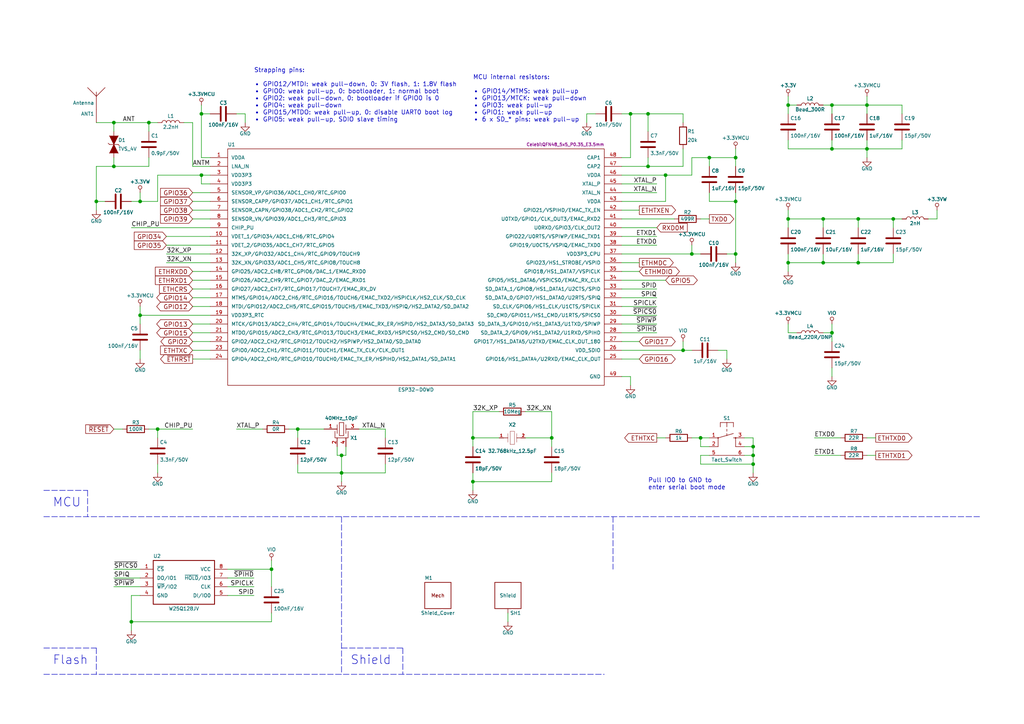
<source format=kicad_sch>
(kicad_sch (version 20211123) (generator eeschema)
  (paper "A4")
  (title_block (title "IOT ESP Ethernet") (date "2023-12-30") (rev "1") (company "Uysan"))
  (junction (at 58.42 50.8))
  (junction (at 251.46 43.18))
  (junction (at 38.1 180.34))
  (junction (at 187.96 48.26))
  (junction (at 198.12 101.6))
  (junction (at 218.44 134.62))
  (junction (at 160.02 127))
  (junction (at 213.36 45.72))
  (junction (at 33.02 35.56))
  (junction (at 182.88 33.02))
  (junction (at 58.42 33.02))
  (junction (at 99.06 137.16))
  (junction (at 213.36 58.42))
  (junction (at 43.18 35.56))
  (junction (at 241.3 43.18))
  (junction (at 40.64 91.44))
  (junction (at 86.36 124.46))
  (junction (at 248.92 63.5))
  (junction (at 213.36 73.66))
  (junction (at 200.66 73.66))
  (junction (at 45.72 124.46))
  (junction (at 248.92 76.2))
  (junction (at 238.76 76.2))
  (junction (at 218.44 132.08))
  (junction (at 241.3 96.52))
  (junction (at 218.44 129.54))
  (junction (at 259.08 63.5))
  (junction (at 27.94 58.42))
  (junction (at 228.6 76.2))
  (junction (at 228.6 63.5))
  (junction (at 33.02 48.26))
  (junction (at 205.74 45.72))
  (junction (at 78.74 165.1))
  (junction (at 203.2 127))
  (junction (at 137.16 139.7))
  (junction (at 251.46 30.48))
  (junction (at 228.6 30.48))
  (junction (at 40.64 58.42))
  (junction (at 137.16 127))
  (junction (at 238.76 63.5))
  (junction (at 241.3 30.48))
  (junction (at 193.04 50.8))
  (junction (at 99.06 132.08))
  (junction (at 187.96 33.02))
  (wire (pts (xy 60.96 58.42) (xy 55.88 58.42)))
  (wire (pts (xy 198.12 99.06) (xy 198.12 101.6)))
  (wire (pts (xy 180.34 83.82) (xy 190.5 83.82)))
  (wire (pts (xy 40.64 55.88) (xy 40.64 58.42)))
  (polyline (pts (xy 12.7 187.96) (xy 27.94 187.96)))
  (wire (pts (xy 241.3 43.18) (xy 228.6 43.18)))
  (wire (pts (xy 48.26 76.2) (xy 60.96 76.2)))
  (wire (pts (xy 238.76 30.48) (xy 241.3 30.48)))
  (wire (pts (xy 180.34 104.14) (xy 185.42 104.14)))
  (wire (pts (xy 60.96 60.96) (xy 55.88 60.96)))
  (wire (pts (xy 180.34 91.44) (xy 190.5 91.44)))
  (wire (pts (xy 86.36 134.62) (xy 86.36 137.16)))
  (polyline (pts (xy 99.06 149.86) (xy 99.06 195.58)))
  (wire (pts (xy 190.5 127) (xy 193.04 127)))
  (wire (pts (xy 180.34 53.34) (xy 190.5 53.34)))
  (wire (pts (xy 55.88 83.82) (xy 60.96 83.82)))
  (wire (pts (xy 182.88 109.22) (xy 182.88 111.76)))
  (wire (pts (xy 99.06 137.16) (xy 99.06 132.08)))
  (wire (pts (xy 180.34 71.12) (xy 190.5 71.12)))
  (wire (pts (xy 45.72 127) (xy 45.72 124.46)))
  (wire (pts (xy 60.96 63.5) (xy 55.88 63.5)))
  (polyline (pts (xy 12.7 142.24) (xy 25.4 142.24)))
  (wire (pts (xy 187.96 48.26) (xy 198.12 48.26)))
  (wire (pts (xy 180.34 63.5) (xy 195.58 63.5)))
  (wire (pts (xy 208.28 101.6) (xy 210.82 101.6)))
  (wire (pts (xy 205.74 132.08) (xy 203.2 132.08)))
  (wire (pts (xy 27.94 48.26) (xy 27.94 58.42)))
  (wire (pts (xy 215.9 129.54) (xy 218.44 129.54)))
  (wire (pts (xy 203.2 73.66) (xy 200.66 73.66)))
  (wire (pts (xy 213.36 58.42) (xy 213.36 73.66)))
  (wire (pts (xy 251.46 43.18) (xy 261.62 43.18)))
  (wire (pts (xy 66.04 170.18) (xy 73.66 170.18)))
  (wire (pts (xy 180.34 99.06) (xy 185.42 99.06)))
  (wire (pts (xy 218.44 134.62) (xy 218.44 137.16)))
  (wire (pts (xy 40.64 104.14) (xy 40.64 101.6)))
  (wire (pts (xy 33.02 48.26) (xy 27.94 48.26)))
  (wire (pts (xy 152.4 119.38) (xy 160.02 119.38)))
  (wire (pts (xy 251.46 132.08) (xy 254 132.08)))
  (wire (pts (xy 55.88 88.9) (xy 60.96 88.9)))
  (wire (pts (xy 137.16 127) (xy 144.78 127)))
  (wire (pts (xy 261.62 30.48) (xy 261.62 33.02)))
  (wire (pts (xy 180.34 96.52) (xy 190.5 96.52)))
  (wire (pts (xy 228.6 96.52) (xy 228.6 93.98)))
  (wire (pts (xy 238.76 96.52) (xy 241.3 96.52)))
  (wire (pts (xy 33.02 45.72) (xy 33.02 48.26)))
  (wire (pts (xy 180.34 86.36) (xy 190.5 86.36)))
  (wire (pts (xy 55.88 81.28) (xy 60.96 81.28)))
  (wire (pts (xy 241.3 40.64) (xy 241.3 43.18)))
  (wire (pts (xy 86.36 137.16) (xy 99.06 137.16)))
  (wire (pts (xy 33.02 165.1) (xy 40.64 165.1)))
  (wire (pts (xy 97.79 129.54) (xy 97.79 132.08)))
  (wire (pts (xy 58.42 50.8) (xy 58.42 53.34)))
  (wire (pts (xy 187.96 45.72) (xy 187.96 48.26)))
  (wire (pts (xy 241.3 106.68) (xy 241.3 109.22)))
  (wire (pts (xy 259.08 63.5) (xy 261.62 63.5)))
  (wire (pts (xy 213.36 48.26) (xy 213.36 45.72)))
  (wire (pts (xy 187.96 33.02) (xy 187.96 38.1)))
  (wire (pts (xy 71.12 33.02) (xy 68.58 33.02)))
  (wire (pts (xy 38.1 180.34) (xy 38.1 182.88)))
  (wire (pts (xy 27.94 35.56) (xy 33.02 35.56)))
  (wire (pts (xy 180.34 66.04) (xy 190.5 66.04)))
  (wire (pts (xy 45.72 35.56) (xy 43.18 35.56)))
  (wire (pts (xy 78.74 165.1) (xy 78.74 170.18)))
  (wire (pts (xy 170.18 35.56) (xy 170.18 33.02)))
  (wire (pts (xy 147.32 177.8) (xy 147.32 180.34)))
  (wire (pts (xy 55.88 55.88) (xy 60.96 55.88)))
  (wire (pts (xy 248.92 73.66) (xy 248.92 76.2)))
  (wire (pts (xy 58.42 33.02) (xy 60.96 33.02)))
  (wire (pts (xy 137.16 119.38) (xy 137.16 127)))
  (wire (pts (xy 40.64 93.98) (xy 40.64 91.44)))
  (wire (pts (xy 137.16 142.24) (xy 137.16 139.7)))
  (wire (pts (xy 170.18 33.02) (xy 172.72 33.02)))
  (wire (pts (xy 228.6 30.48) (xy 231.14 30.48)))
  (wire (pts (xy 238.76 63.5) (xy 238.76 66.04)))
  (wire (pts (xy 180.34 68.58) (xy 190.5 68.58)))
  (wire (pts (xy 180.34 50.8) (xy 193.04 50.8)))
  (wire (pts (xy 43.18 35.56) (xy 43.18 38.1)))
  (polyline (pts (xy 12.7 149.86) (xy 284.48 149.86)))
  (wire (pts (xy 251.46 127) (xy 254 127)))
  (wire (pts (xy 236.22 132.08) (xy 243.84 132.08)))
  (wire (pts (xy 43.18 48.26) (xy 33.02 48.26)))
  (wire (pts (xy 200.66 45.72) (xy 200.66 50.8)))
  (wire (pts (xy 144.78 119.38) (xy 137.16 119.38)))
  (wire (pts (xy 236.22 127) (xy 243.84 127)))
  (wire (pts (xy 99.06 139.7) (xy 99.06 137.16)))
  (wire (pts (xy 71.12 35.56) (xy 71.12 33.02)))
  (wire (pts (xy 55.88 104.14) (xy 60.96 104.14)))
  (wire (pts (xy 55.88 99.06) (xy 60.96 99.06)))
  (wire (pts (xy 137.16 139.7) (xy 160.02 139.7)))
  (polyline (pts (xy 25.4 142.24) (xy 25.4 149.86)))
  (wire (pts (xy 213.36 55.88) (xy 213.36 58.42)))
  (wire (pts (xy 33.02 38.1) (xy 33.02 35.56)))
  (polyline (pts (xy 116.84 187.96) (xy 116.84 195.58)))
  (wire (pts (xy 160.02 119.38) (xy 160.02 127)))
  (wire (pts (xy 251.46 27.94) (xy 251.46 30.48)))
  (wire (pts (xy 38.1 172.72) (xy 38.1 180.34)))
  (wire (pts (xy 251.46 30.48) (xy 251.46 33.02)))
  (wire (pts (xy 180.34 55.88) (xy 190.5 55.88)))
  (wire (pts (xy 205.74 129.54) (xy 203.2 129.54)))
  (wire (pts (xy 180.34 73.66) (xy 200.66 73.66)))
  (wire (pts (xy 58.42 30.48) (xy 58.42 33.02)))
  (wire (pts (xy 205.74 45.72) (xy 205.74 48.26)))
  (wire (pts (xy 40.64 58.42) (xy 45.72 58.42)))
  (wire (pts (xy 38.1 66.04) (xy 60.96 66.04)))
  (polyline (pts (xy 177.8 149.86) (xy 177.8 165.1)))
  (wire (pts (xy 68.58 124.46) (xy 76.2 124.46)))
  (wire (pts (xy 137.16 127) (xy 137.16 129.54)))
  (wire (pts (xy 251.46 40.64) (xy 251.46 43.18)))
  (wire (pts (xy 180.34 78.74) (xy 185.42 78.74)))
  (wire (pts (xy 27.94 60.96) (xy 27.94 58.42)))
  (wire (pts (xy 99.06 137.16) (xy 111.76 137.16)))
  (polyline (pts (xy 12.7 195.58) (xy 175.26 195.58)))
  (wire (pts (xy 45.72 124.46) (xy 43.18 124.46)))
  (wire (pts (xy 271.78 60.96) (xy 271.78 63.5)))
  (wire (pts (xy 180.34 81.28) (xy 193.04 81.28)))
  (wire (pts (xy 228.6 76.2) (xy 238.76 76.2)))
  (wire (pts (xy 269.24 63.5) (xy 271.78 63.5)))
  (wire (pts (xy 261.62 43.18) (xy 261.62 40.64)))
  (wire (pts (xy 251.46 43.18) (xy 251.46 45.72)))
  (wire (pts (xy 55.88 96.52) (xy 60.96 96.52)))
  (wire (pts (xy 53.34 35.56) (xy 55.88 35.56)))
  (wire (pts (xy 182.88 109.22) (xy 180.34 109.22)))
  (wire (pts (xy 193.04 58.42) (xy 180.34 58.42)))
  (wire (pts (xy 259.08 63.5) (xy 259.08 66.04)))
  (wire (pts (xy 35.56 124.46) (xy 33.02 124.46)))
  (wire (pts (xy 198.12 35.56) (xy 198.12 33.02)))
  (wire (pts (xy 187.96 33.02) (xy 198.12 33.02)))
  (wire (pts (xy 48.26 71.12) (xy 60.96 71.12)))
  (wire (pts (xy 203.2 132.08) (xy 203.2 134.62)))
  (wire (pts (xy 238.76 76.2) (xy 238.76 73.66)))
  (wire (pts (xy 205.74 45.72) (xy 213.36 45.72)))
  (wire (pts (xy 228.6 60.96) (xy 228.6 63.5)))
  (wire (pts (xy 218.44 129.54) (xy 218.44 127)))
  (wire (pts (xy 248.92 63.5) (xy 259.08 63.5)))
  (wire (pts (xy 228.6 76.2) (xy 228.6 78.74)))
  (wire (pts (xy 40.64 172.72) (xy 38.1 172.72)))
  (wire (pts (xy 86.36 124.46) (xy 86.36 127)))
  (wire (pts (xy 203.2 129.54) (xy 203.2 127)))
  (wire (pts (xy 111.76 134.62) (xy 111.76 137.16)))
  (wire (pts (xy 203.2 127) (xy 205.74 127)))
  (wire (pts (xy 66.04 167.64) (xy 73.66 167.64)))
  (wire (pts (xy 180.34 33.02) (xy 182.88 33.02)))
  (polyline (pts (xy 99.06 187.96) (xy 116.84 187.96)))
  (wire (pts (xy 33.02 35.56) (xy 43.18 35.56)))
  (wire (pts (xy 55.88 101.6) (xy 60.96 101.6)))
  (wire (pts (xy 40.64 91.44) (xy 60.96 91.44)))
  (wire (pts (xy 33.02 170.18) (xy 40.64 170.18)))
  (wire (pts (xy 58.42 53.34) (xy 60.96 53.34)))
  (wire (pts (xy 213.36 43.18) (xy 213.36 45.72)))
  (wire (pts (xy 33.02 167.64) (xy 40.64 167.64)))
  (wire (pts (xy 97.79 132.08) (xy 99.06 132.08)))
  (wire (pts (xy 55.88 124.46) (xy 45.72 124.46)))
  (wire (pts (xy 180.34 60.96) (xy 185.42 60.96)))
  (wire (pts (xy 160.02 139.7) (xy 160.02 137.16)))
  (wire (pts (xy 205.74 55.88) (xy 205.74 58.42)))
  (wire (pts (xy 60.96 50.8) (xy 58.42 50.8)))
  (wire (pts (xy 111.76 124.46) (xy 111.76 127)))
  (wire (pts (xy 228.6 40.64) (xy 228.6 43.18)))
  (wire (pts (xy 218.44 129.54) (xy 218.44 132.08)))
  (wire (pts (xy 180.34 48.26) (xy 187.96 48.26)))
  (wire (pts (xy 238.76 63.5) (xy 228.6 63.5)))
  (wire (pts (xy 27.94 58.42) (xy 30.48 58.42)))
  (wire (pts (xy 45.72 50.8) (xy 58.42 50.8)))
  (wire (pts (xy 55.88 78.74) (xy 60.96 78.74)))
  (wire (pts (xy 203.2 134.62) (xy 218.44 134.62)))
  (wire (pts (xy 248.92 76.2) (xy 259.08 76.2)))
  (wire (pts (xy 99.06 132.08) (xy 100.33 132.08)))
  (wire (pts (xy 248.92 63.5) (xy 248.92 66.04)))
  (wire (pts (xy 218.44 134.62) (xy 218.44 132.08)))
  (wire (pts (xy 45.72 137.16) (xy 45.72 134.62)))
  (wire (pts (xy 251.46 30.48) (xy 241.3 30.48)))
  (wire (pts (xy 66.04 165.1) (xy 78.74 165.1)))
  (wire (pts (xy 203.2 63.5) (xy 205.74 63.5)))
  (wire (pts (xy 200.66 71.12) (xy 200.66 73.66)))
  (wire (pts (xy 100.33 132.08) (xy 100.33 129.54)))
  (wire (pts (xy 228.6 30.48) (xy 228.6 33.02)))
  (wire (pts (xy 40.64 91.44) (xy 40.64 88.9)))
  (wire (pts (xy 55.88 48.26) (xy 60.96 48.26)))
  (wire (pts (xy 38.1 58.42) (xy 40.64 58.42)))
  (wire (pts (xy 210.82 104.14) (xy 210.82 101.6)))
  (wire (pts (xy 228.6 63.5) (xy 228.6 66.04)))
  (wire (pts (xy 261.62 30.48) (xy 251.46 30.48)))
  (wire (pts (xy 215.9 132.08) (xy 218.44 132.08)))
  (wire (pts (xy 193.04 50.8) (xy 200.66 50.8)))
  (wire (pts (xy 241.3 96.52) (xy 241.3 99.06)))
  (wire (pts (xy 182.88 33.02) (xy 182.88 45.72)))
  (wire (pts (xy 78.74 162.56) (xy 78.74 165.1)))
  (wire (pts (xy 228.6 73.66) (xy 228.6 76.2)))
  (wire (pts (xy 182.88 33.02) (xy 187.96 33.02)))
  (wire (pts (xy 86.36 124.46) (xy 93.98 124.46)))
  (wire (pts (xy 137.16 137.16) (xy 137.16 139.7)))
  (wire (pts (xy 48.26 68.58) (xy 60.96 68.58)))
  (wire (pts (xy 241.3 93.98) (xy 241.3 96.52)))
  (wire (pts (xy 66.04 172.72) (xy 73.66 172.72)))
  (wire (pts (xy 38.1 180.34) (xy 78.74 180.34)))
  (wire (pts (xy 48.26 73.66) (xy 60.96 73.66)))
  (wire (pts (xy 180.34 45.72) (xy 182.88 45.72)))
  (wire (pts (xy 238.76 63.5) (xy 248.92 63.5)))
  (wire (pts (xy 60.96 45.72) (xy 58.42 45.72)))
  (wire (pts (xy 193.04 50.8) (xy 193.04 58.42)))
  (wire (pts (xy 55.88 93.98) (xy 60.96 93.98)))
  (wire (pts (xy 213.36 76.2) (xy 213.36 73.66)))
  (wire (pts (xy 43.18 45.72) (xy 43.18 48.26)))
  (wire (pts (xy 45.72 58.42) (xy 45.72 50.8)))
  (wire (pts (xy 200.66 127) (xy 203.2 127)))
  (wire (pts (xy 78.74 177.8) (xy 78.74 180.34)))
  (wire (pts (xy 198.12 48.26) (xy 198.12 43.18)))
  (wire (pts (xy 160.02 127) (xy 160.02 129.54)))
  (wire (pts (xy 241.3 30.48) (xy 241.3 33.02)))
  (wire (pts (xy 58.42 33.02) (xy 58.42 45.72)))
  (wire (pts (xy 241.3 43.18) (xy 251.46 43.18)))
  (wire (pts (xy 259.08 73.66) (xy 259.08 76.2)))
  (wire (pts (xy 210.82 73.66) (xy 213.36 73.66)))
  (wire (pts (xy 228.6 27.94) (xy 228.6 30.48)))
  (wire (pts (xy 238.76 76.2) (xy 248.92 76.2)))
  (wire (pts (xy 215.9 127) (xy 218.44 127)))
  (wire (pts (xy 180.34 88.9) (xy 190.5 88.9)))
  (wire (pts (xy 55.88 86.36) (xy 60.96 86.36)))
  (wire (pts (xy 205.74 58.42) (xy 213.36 58.42)))
  (wire (pts (xy 180.34 76.2) (xy 185.42 76.2)))
  (wire (pts (xy 180.34 93.98) (xy 190.5 93.98)))
  (wire (pts (xy 83.82 124.46) (xy 86.36 124.46)))
  (polyline (pts (xy 27.94 187.96) (xy 27.94 195.58)))
  (wire (pts (xy 200.66 101.6) (xy 198.12 101.6)))
  (wire (pts (xy 152.4 127) (xy 160.02 127)))
  (wire (pts (xy 205.74 45.72) (xy 200.66 45.72)))
  (wire (pts (xy 180.34 101.6) (xy 198.12 101.6)))
  (wire (pts (xy 55.88 35.56) (xy 55.88 48.26)))
  (wire (pts (xy 104.14 124.46) (xy 111.76 124.46)))
  (wire (pts (xy 228.6 96.52) (xy 231.14 96.52)))
  (text "MCU internal resistors:\n\n• GPIO14/MTMS: weak pull-up\n• GPIO13/MTCK: weak pull-down\n• GPIO3: weak pull-up\n• GPIO1: weak pull-up\n• 6 x SD_* pins: weak pull-up" (at 137.16 35.56 0) (effects (font (size 1.27 1.27)) (justify left bottom)))
  (text "Shield" (at 101.6 193.04 0) (effects (font (size 2.54 2.54)) (justify left bottom)))
  (text "Flash" (at 15.24 193.04 0) (effects (font (size 2.54 2.54)) (justify left bottom)))
  (text "MCU" (at 15.24 147.32 0) (effects (font (size 2.54 2.54)) (justify left bottom)))
  (text "Strapping pins:\n\n• GPIO12/MTDI: weak pull-down, 0: 3V flash, 1: 1.8V flash\n• GPIO0: weak pull-up, 0: bootloader, 1: normal boot\n• GPIO2: weak pull-down, 0: bootloader if GPIO0 is 0\n• GPIO4: weak pull-down\n• GPIO15/MTDO: weak pull-up, 0: disable UART0 boot log\n• GPIO5: weak pull-up, SDIO slave timing" (at 73.66 35.56 0) (effects (font (size 1.27 1.27)) (justify left bottom)))
  (text "Pull IO0 to GND to\nenter serial boot mode" (at 187.96 142.24 0) (effects (font (size 1.27 1.27)) (justify left bottom)))
  (label "XTAL_N" (at 190.5 55.88 180))
  (label "SPICLK" (at 190.5 88.9 180))
  (label "SPID" (at 190.5 83.82 180))
  (label "~{SPIWP}" (at 33.02 170.18 0))
  (label "ANT" (at 35.56 35.56 0))
  (label "ANTM" (at 55.88 48.26 0))
  (label "SPIQ" (at 190.5 86.36 180))
  (label "~{SPIWP}" (at 190.5 93.98 180))
  (label "32K_XN" (at 160.02 119.38 180))
  (label "SPID" (at 73.66 172.72 180))
  (label "XTAL_P" (at 190.5 53.34 180))
  (label "XTAL_P" (at 68.58 124.46 0))
  (label "~{SPIHD}" (at 73.66 167.64 180))
  (label "ETXD1" (at 190.5 68.58 180))
  (label "32K_XN" (at 48.26 76.2 0))
  (label "CHIP_PU" (at 55.88 124.46 180))
  (label "SPICLK" (at 73.66 170.18 180))
  (label "32K_XP" (at 137.16 119.38 0))
  (label "32K_XP" (at 48.26 73.66 0))
  (label "ETXD0" (at 236.22 127 0))
  (label "~{SPICS0}" (at 190.5 91.44 180))
  (label "SPIQ" (at 33.02 167.64 0))
  (label "ETXD1" (at 236.22 132.08 0))
  (label "CHIP_PU" (at 38.1 66.04 0))
  (label "~{SPIHD}" (at 190.5 96.52 180))
  (label "XTAL_N" (at 111.76 124.46 180))
  (label "~{SPICS0}" (at 33.02 165.1 0))
  (label "ETXD0" (at 190.5 71.12 180))
  (global_label "RXD0M" (shape input) (at 190.5 66.04 0) (property "Intersheet References" "${INTERSHEET_REFS}" (effects hide)))
  (global_label "ETHTXD1" (shape output) (at 254 132.08 0) (property "Intersheet References" "${INTERSHEET_REFS}" (effects hide)))
  (global_label "GPIO13" (shape bidirectional) (at 55.88 93.98 180) (property "Intersheet References" "${INTERSHEET_REFS}" (effects hide)))
  (global_label "~{ETHRST}" (shape output) (at 55.88 104.14 180) (property "Intersheet References" "${INTERSHEET_REFS}" (effects hide)))
  (global_label "ETHCRS" (shape input) (at 55.88 83.82 180) (property "Intersheet References" "${INTERSHEET_REFS}" (effects hide)))
  (global_label "~{RESET}" (shape input) (at 33.02 124.46 180) (property "Intersheet References" "${INTERSHEET_REFS}" (effects hide)))
  (global_label "ETHTXEN" (shape output) (at 185.42 60.96 0) (property "Intersheet References" "${INTERSHEET_REFS}" (effects hide)))
  (global_label "GPIO2" (shape bidirectional) (at 55.88 99.06 180) (property "Intersheet References" "${INTERSHEET_REFS}" (effects hide)))
  (global_label "GPIO36" (shape input) (at 55.88 55.88 180) (property "Intersheet References" "${INTERSHEET_REFS}" (effects hide)))
  (global_label "GPIO12" (shape bidirectional) (at 55.88 88.9 180) (property "Intersheet References" "${INTERSHEET_REFS}" (effects hide)))
  (global_label "ETHRXD1" (shape input) (at 55.88 81.28 180) (property "Intersheet References" "${INTERSHEET_REFS}" (effects hide)))
  (global_label "GPIO34" (shape input) (at 48.26 68.58 180) (property "Intersheet References" "${INTERSHEET_REFS}" (effects hide)))
  (global_label "GPIO37" (shape input) (at 55.88 58.42 180) (property "Intersheet References" "${INTERSHEET_REFS}" (effects hide)))
  (global_label "GPIO5" (shape bidirectional) (at 193.04 81.28 0) (property "Intersheet References" "${INTERSHEET_REFS}" (effects hide)))
  (global_label "ETHMDIO" (shape bidirectional) (at 185.42 78.74 0) (property "Intersheet References" "${INTERSHEET_REFS}" (effects hide)))
  (global_label "GPIO15" (shape bidirectional) (at 55.88 96.52 180) (property "Intersheet References" "${INTERSHEET_REFS}" (effects hide)))
  (global_label "ETHMDC" (shape output) (at 185.42 76.2 0) (property "Intersheet References" "${INTERSHEET_REFS}" (effects hide)))
  (global_label "GPIO16" (shape bidirectional) (at 185.42 104.14 0) (property "Intersheet References" "${INTERSHEET_REFS}" (effects hide)))
  (global_label "GPIO14" (shape bidirectional) (at 55.88 86.36 180) (property "Intersheet References" "${INTERSHEET_REFS}" (effects hide)))
  (global_label "GPIO17" (shape bidirectional) (at 185.42 99.06 0) (property "Intersheet References" "${INTERSHEET_REFS}" (effects hide)))
  (global_label "GPIO38" (shape input) (at 55.88 60.96 180) (property "Intersheet References" "${INTERSHEET_REFS}" (effects hide)))
  (global_label "GPIO39" (shape input) (at 55.88 63.5 180) (property "Intersheet References" "${INTERSHEET_REFS}" (effects hide)))
  (global_label "TXD0" (shape output) (at 205.74 63.5 0) (property "Intersheet References" "${INTERSHEET_REFS}" (effects hide)))
  (global_label "ETHTXC" (shape output) (at 190.5 127 180) (property "Intersheet References" "${INTERSHEET_REFS}" (effects hide)))
  (global_label "ETHRXD0" (shape input) (at 55.88 78.74 180) (property "Intersheet References" "${INTERSHEET_REFS}" (effects hide)))
  (global_label "ETHTXD0" (shape output) (at 254 127 0) (property "Intersheet References" "${INTERSHEET_REFS}" (effects hide)))
  (global_label "GPIO35" (shape input) (at 48.26 71.12 180) (property "Intersheet References" "${INTERSHEET_REFS}" (effects hide)))
  (global_label "ETHTXC" (shape input) (at 55.88 101.6 180) (property "Intersheet References" "${INTERSHEET_REFS}" (effects hide)))
  (symbol (lib_id "Celebi:capacitor") (at 228.6 36.83 270) (unit 1)
    (property "Reference" "C16" (at 229.235 34.29 90) (effects (font (size 1.016 1.016)) (justify left)))
    (property "Value" "100nF{slash}16V" (at 229.235 39.37 90) (effects (font (size 1.016 1.016)) (justify left)))
    (property "Footprint" "Celebi:SM0402C" (effects hide))
    (property "Datasheet" "http://weblib.samsungsem.com/mlcc/mlcc-ec-data-sheet.do?partNumber=CL05B104KO5NNN" (effects hide))
    (property "Tolerance" "10%" (effects hide))
    (property "Power" "_" (effects hide))
    (property "Temperature" "-55+125°C" (effects hide))
    (property "Manufacturer" "Samsung" (effects hide))
    (property "PartNumber" "CL05B104KO5NNNC" (effects hide))
    (property "Digikey" "1276-1001-1-ND" (effects hide))
  )
  (symbol (lib_id "Celebi:capacitor") (at 204.47 101.6 0) (unit 1)
    (property "Reference" "C11" (at 204.47 98.425 0) (effects (font (size 1.016 1.016))))
    (property "Value" "1uF{slash}16V" (at 204.47 104.775 0) (effects (font (size 1.016 1.016))))
    (property "Footprint" "Celebi:SM0603C" (effects hide))
    (property "Datasheet" "https://www.yageo.com/en/Chart/Download/pdf/CC0603KRX7R7BB105" (effects hide))
    (property "Tolerance" "10%" (effects hide))
    (property "Power" "_" (effects hide))
    (property "Temperature" "-55+125°C" (effects hide))
    (property "Manufacturer" "Yageo" (effects hide))
    (property "PartNumber" "CC0603KRX7R7BB105" (effects hide))
    (property "Digikey" "311-1446-1-ND" (effects hide))
  )
  (symbol (lib_id "Celebi:inductor") (at 265.43 63.5 0) (unit 1)
    (property "Reference" "L3" (at 265.43 61.595 0) (effects (font (size 1.016 1.016))))
    (property "Value" "2nH" (at 265.43 64.77 0) (effects (font (size 1.016 1.016))))
    (property "Footprint" "Celebi:SM0402L" (effects hide))
    (property "Datasheet" "https://www.we-online.com/catalog/datasheet/744765020A.pdf" (effects hide))
    (property "Tolerance" "0.2nH" (effects hide))
    (property "Power" "1.04A" (effects hide))
    (property "Temperature" "-40+125°C" (effects hide))
    (property "Manufacturer" "Wurth" (effects hide))
    (property "PartNumber" "744765020A" (effects hide))
    (property "Digikey" "732-1705-1-ND" (effects hide))
  )
  (symbol (lib_id "Celebi:+3.3VMCU") (at 40.64 88.9 0) (unit 1)
    (property "Reference" "#PWR0160" (effects hide))
    (property "Value" "+3.3VMCU" (at 40.64 85.725 0) (effects (font (size 1.016 1.016))))
  )
  (symbol (lib_id "Celebi:resistor") (at 199.39 63.5 0) (unit 1)
    (property "Reference" "R2" (at 199.39 61.595 0) (effects (font (size 1.016 1.016))))
    (property "Value" "499R" (at 199.39 63.5 0) (effects (font (size 1.016 1.016))))
    (property "Footprint" "Celebi:SM0402" (effects hide))
    (property "Datasheet" "https://www.yageo.com/upload/media/product/productsearch/datasheet/rchip/PYu-RC_Group_51_RoHS_L_12.pdf" (effects hide))
    (property "Tolerance" "1%" (effects hide))
    (property "Power" "1/16W" (effects hide))
    (property "Temperature" "-55+155°C" (effects hide))
    (property "Manufacturer" "Yageo" (effects hide))
    (property "PartNumber" "RC0402FR-07499RL" (effects hide))
    (property "Digikey" "311-499LRCT-ND" (effects hide))
  )
  (symbol (lib_id "Celebi:capacitor") (at 238.76 69.85 270) (unit 1)
    (property "Reference" "C21" (at 239.395 67.31 90) (effects (font (size 1.016 1.016)) (justify left)))
    (property "Value" "10uF{slash}16V" (at 239.395 72.39 90) (effects (font (size 1.016 1.016)) (justify left)))
    (property "Footprint" "Celebi:SM0805C" (effects hide))
    (property "Datasheet" "http://weblib.samsungsem.com/mlcc/mlcc-ec-data-sheet.do?partNumber=CL21B106KOQNNN" (effects hide))
    (property "Tolerance" "10%" (effects hide))
    (property "Power" "_" (effects hide))
    (property "Temperature" "-55+125°C" (effects hide))
    (property "Manufacturer" "Samsung" (effects hide))
    (property "PartNumber" "CL21B106KOQNNNE" (effects hide))
    (property "Digikey" "1276-2872-1-ND" (effects hide))
  )
  (symbol (lib_id "Celebi:Shield") (at 147.32 172.72 0) (unit 1)
    (property "Reference" "SH1" (at 147.955 177.8 0) (effects (font (size 1.016 1.016)) (justify left)))
    (property "Value" "Shield" (at 147.32 172.72 0) (effects (font (size 1.016 1.016))))
    (property "Footprint" "Celebi:shield-36103166S" (effects hide))
    (property "Datasheet" "https://www.we-online.com/catalog/datasheet/36103166s.pdf" (effects hide))
    (property "Tolerance" "_" (effects hide))
    (property "Power" "_" (effects hide))
    (property "Temperature" "-40+125°C" (effects hide))
    (property "Manufacturer" "Wurth" (effects hide))
    (property "PartNumber" "36103166S" (effects hide))
    (property "Digikey" "732-11652-1-ND" (effects hide))
  )
  (symbol (lib_id "Celebi:inductor") (at 234.95 96.52 0) (unit 1)
    (property "Reference" "L4" (at 234.95 94.615 0) (effects (font (size 1.016 1.016))))
    (property "Value" "Bead_220R{slash}DNP" (at 234.95 97.79 0) (effects (font (size 1.016 1.016))))
    (property "Footprint" "Celebi:SM0402L" (effects hide))
    (property "Datasheet" "https://www.we-online.com/catalog/datasheet/742792780.pdf" (effects hide))
    (property "Tolerance" "25%" (effects hide))
    (property "Power" "0.3A" (effects hide))
    (property "Temperature" "-55+125°C" (effects hide))
    (property "Manufacturer" "Wurth" (effects hide))
    (property "PartNumber" "742792780" (effects hide))
    (property "Digikey" "732-1569-1-ND" (effects hide))
  )
  (symbol (lib_id "Celebi:capacitor") (at 261.62 36.83 270) (unit 1)
    (property "Reference" "C19" (at 262.255 34.29 90) (effects (font (size 1.016 1.016)) (justify left)))
    (property "Value" "15pF{slash}50V" (at 262.255 39.37 90) (effects (font (size 1.016 1.016)) (justify left)))
    (property "Footprint" "Celebi:SM0402C" (effects hide))
    (property "Datasheet" "https://www.yageo.com/en/Chart/Download/pdf/CC0402JRNPO9BN150" (effects hide))
    (property "Tolerance" "5%" (effects hide))
    (property "Power" "_" (effects hide))
    (property "Temperature" "-55+125°C" (effects hide))
    (property "Manufacturer" "Yageo" (effects hide))
    (property "PartNumber" "CC0402JRNPO9BN150" (effects hide))
    (property "Digikey" "311-1017-1-ND" (effects hide))
  )
  (symbol (lib_id "Celebi:capacitor") (at 40.64 97.79 90) (mirror x) (unit 1)
    (property "Reference" "C5" (at 40.005 95.25 90) (effects (font (size 1.016 1.016)) (justify left)))
    (property "Value" "100nF{slash}16V" (at 40.005 100.33 90) (effects (font (size 1.016 1.016)) (justify left)))
    (property "Footprint" "Celebi:SM0402C" (effects hide))
    (property "Datasheet" "http://weblib.samsungsem.com/mlcc/mlcc-ec-data-sheet.do?partNumber=CL05B104KO5NNN" (effects hide))
    (property "Tolerance" "10%" (effects hide))
    (property "Power" "_" (effects hide))
    (property "Temperature" "-55+125°C" (effects hide))
    (property "Manufacturer" "Samsung" (effects hide))
    (property "PartNumber" "CL05B104KO5NNNC" (effects hide))
    (property "Digikey" "1276-1001-1-ND" (effects hide))
  )
  (symbol (lib_id "Celebi:capacitor") (at 45.72 130.81 270) (unit 1)
    (property "Reference" "C4" (at 46.355 128.27 90) (effects (font (size 1.016 1.016)) (justify left)))
    (property "Value" "3.3nF{slash}50V" (at 46.355 133.35 90) (effects (font (size 1.016 1.016)) (justify left)))
    (property "Footprint" "Celebi:SM0402C" (effects hide))
    (property "Datasheet" "http://weblib.samsungsem.com/mlcc/mlcc-ec-data-sheet.do?partNumber=CL05B332KB5NNN" (effects hide))
    (property "Tolerance" "10%" (effects hide))
    (property "Power" "_" (effects hide))
    (property "Temperature" "-55+125°C" (effects hide))
    (property "Manufacturer" "Samsung" (effects hide))
    (property "PartNumber" "CL05B332KB5NNNC" (effects hide))
    (property "Digikey" "1276-1552-1-ND" (effects hide))
  )
  (symbol (lib_id "Celebi:capacitor") (at 160.02 133.35 270) (unit 1)
    (property "Reference" "C15" (at 160.655 130.81 90) (effects (font (size 1.016 1.016)) (justify left)))
    (property "Value" "18pF{slash}50V" (at 160.655 135.89 90) (effects (font (size 1.016 1.016)) (justify left)))
    (property "Footprint" "Celebi:SM0402C" (effects hide))
    (property "Datasheet" "https://www.yageo.com/en/Chart/Download/pdf/CC0402JRNPO9BN180" (effects hide))
    (property "Tolerance" "5%" (effects hide))
    (property "Power" "_" (effects hide))
    (property "Temperature" "-55+125°C" (effects hide))
    (property "Manufacturer" "Yageo" (effects hide))
    (property "PartNumber" "CC0402JRNPO9BN180" (effects hide))
    (property "Digikey" "311-1415-1-ND" (effects hide))
  )
  (symbol (lib_id "Celebi:capacitor") (at 137.16 133.35 270) (unit 1)
    (property "Reference" "C14" (at 137.795 130.81 90) (effects (font (size 1.016 1.016)) (justify left)))
    (property "Value" "18pF{slash}50V" (at 137.795 135.89 90) (effects (font (size 1.016 1.016)) (justify left)))
    (property "Footprint" "Celebi:SM0402C" (effects hide))
    (property "Datasheet" "https://www.yageo.com/en/Chart/Download/pdf/CC0402JRNPO9BN180" (effects hide))
    (property "Tolerance" "5%" (effects hide))
    (property "Power" "_" (effects hide))
    (property "Temperature" "-55+125°C" (effects hide))
    (property "Manufacturer" "Yageo" (effects hide))
    (property "PartNumber" "CC0402JRNPO9BN180" (effects hide))
    (property "Digikey" "311-1415-1-ND" (effects hide))
  )
  (symbol (lib_id "Celebi:capacitor") (at 207.01 73.66 0) (mirror y) (unit 1)
    (property "Reference" "C10" (at 207.01 70.485 0) (effects (font (size 1.016 1.016))))
    (property "Value" "100nF{slash}16V" (at 207.01 76.835 0) (effects (font (size 1.016 1.016))))
    (property "Footprint" "Celebi:SM0402C" (effects hide))
    (property "Datasheet" "http://weblib.samsungsem.com/mlcc/mlcc-ec-data-sheet.do?partNumber=CL05B104KO5NNN" (effects hide))
    (property "Tolerance" "10%" (effects hide))
    (property "Power" "_" (effects hide))
    (property "Temperature" "-55+125°C" (effects hide))
    (property "Manufacturer" "Samsung" (effects hide))
    (property "PartNumber" "CL05B104KO5NNNC" (effects hide))
    (property "Digikey" "1276-1001-1-ND" (effects hide))
  )
  (symbol (lib_id "Celebi:capacitor") (at 176.53 33.02 0) (unit 1)
    (property "Reference" "C6" (at 176.53 29.845 0) (effects (font (size 1.016 1.016))))
    (property "Value" "10nF{slash}50V" (at 176.53 36.195 0) (effects (font (size 1.016 1.016))))
    (property "Footprint" "Celebi:SM0402C" (effects hide))
    (property "Datasheet" "https://www.yageo.com/en/Chart/Download/pdf/CC0402KRX7R9BB103" (effects hide))
    (property "Tolerance" "10%" (effects hide))
    (property "Power" "_" (effects hide))
    (property "Temperature" "-55+125°C" (effects hide))
    (property "Manufacturer" "Yageo" (effects hide))
    (property "PartNumber" "CC0402KRX7R9BB103" (effects hide))
    (property "Digikey" "311-1349-1-ND" (effects hide))
  )
  (symbol (lib_id "Celebi:+3.3VMCU") (at 228.6 60.96 0) (unit 1)
    (property "Reference" "#PWR0104" (effects hide))
    (property "Value" "+3.3VMCU" (at 228.6 57.785 0) (effects (font (size 1.016 1.016))))
  )
  (symbol (lib_id "Celebi:inductor") (at 234.95 30.48 0) (unit 1)
    (property "Reference" "L2" (at 234.95 28.575 0) (effects (font (size 1.016 1.016))))
    (property "Value" "Bead_300R" (at 234.95 31.75 0) (effects (font (size 1.016 1.016))))
    (property "Footprint" "Celebi:SM0603L" (effects hide))
    (property "Datasheet" "https://www.we-online.com/catalog/datasheet/742792641.pdf" (effects hide))
    (property "Tolerance" "25%" (effects hide))
    (property "Power" "2A" (effects hide))
    (property "Temperature" "-55+125°C" (effects hide))
    (property "Manufacturer" "Wurth" (effects hide))
    (property "PartNumber" "742792641" (effects hide))
    (property "Digikey" "732-1592-1-ND" (effects hide))
  )
  (symbol (lib_id "Celebi:capacitor") (at 241.3 102.87 270) (unit 1)
    (property "Reference" "C24" (at 241.935 100.33 90) (effects (font (size 1.016 1.016)) (justify left)))
    (property "Value" "15pF{slash}50V" (at 241.935 105.41 90) (effects (font (size 1.016 1.016)) (justify left)))
    (property "Footprint" "Celebi:SM0402C" (effects hide))
    (property "Datasheet" "https://www.yageo.com/en/Chart/Download/pdf/CC0402JRNPO9BN150" (effects hide))
    (property "Tolerance" "5%" (effects hide))
    (property "Power" "_" (effects hide))
    (property "Temperature" "-55+125°C" (effects hide))
    (property "Manufacturer" "Yageo" (effects hide))
    (property "PartNumber" "CC0402JRNPO9BN150" (effects hide))
    (property "Digikey" "311-1017-1-ND" (effects hide))
  )
  (symbol (lib_id "Celebi:capacitor") (at 248.92 69.85 270) (unit 1)
    (property "Reference" "C22" (at 249.555 67.31 90) (effects (font (size 1.016 1.016)) (justify left)))
    (property "Value" "1uF{slash}16V" (at 249.555 72.39 90) (effects (font (size 1.016 1.016)) (justify left)))
    (property "Footprint" "Celebi:SM0603C" (effects hide))
    (property "Datasheet" "https://www.yageo.com/en/Chart/Download/pdf/CC0603KRX7R7BB105" (effects hide))
    (property "Tolerance" "10%" (effects hide))
    (property "Power" "_" (effects hide))
    (property "Temperature" "-55+125°C" (effects hide))
    (property "Manufacturer" "Yageo" (effects hide))
    (property "PartNumber" "CC0603KRX7R7BB105" (effects hide))
    (property "Digikey" "311-1446-1-ND" (effects hide))
  )
  (symbol (lib_id "Celebi:resistor") (at 247.65 127 0) (unit 1)
    (property "Reference" "R7" (at 247.65 125.095 0) (effects (font (size 1.016 1.016))))
    (property "Value" "22R" (at 247.65 127 0) (effects (font (size 1.016 1.016))))
    (property "Footprint" "Celebi:SM0402" (effects hide))
    (property "Datasheet" "https://www.yageo.com/upload/media/product/productsearch/datasheet/rchip/PYu-RC_Group_51_RoHS_L_12.pdf" (effects hide))
    (property "Tolerance" "1%" (effects hide))
    (property "Power" "1/16W" (effects hide))
    (property "Temperature" "-55+155°C" (effects hide))
    (property "Manufacturer" "Yageo" (effects hide))
    (property "PartNumber" "RC0402FR-0722RL" (effects hide))
    (property "Digikey" "311-22.0LRCT-ND" (effects hide))
  )
  (symbol (lib_id "Celebi:resistor") (at 39.37 124.46 0) (unit 1)
    (property "Reference" "R3" (at 39.37 122.555 0) (effects (font (size 1.016 1.016))))
    (property "Value" "100R" (at 39.37 124.46 0) (effects (font (size 1.016 1.016))))
    (property "Footprint" "Celebi:SM0402" (effects hide))
    (property "Datasheet" "https://www.yageo.com/upload/media/product/productsearch/datasheet/rchip/PYu-RC_Group_51_RoHS_L_12.pdf" (effects hide))
    (property "Tolerance" "1%" (effects hide))
    (property "Power" "1/16W" (effects hide))
    (property "Temperature" "-55+155°C" (effects hide))
    (property "Manufacturer" "Yageo" (effects hide))
    (property "PartNumber" "RC0402FR-07100RL" (effects hide))
    (property "Digikey" "311-100LRCT-ND" (effects hide))
  )
  (symbol (lib_id "Celebi:capacitor") (at 43.18 41.91 270) (unit 1)
    (property "Reference" "C1" (at 43.815 39.37 90) (effects (font (size 1.016 1.016)) (justify left)))
    (property "Value" "0.9pF{slash}50V" (at 43.815 44.45 90) (effects (font (size 1.016 1.016)) (justify left)))
    (property "Footprint" "Celebi:SM0402C" (effects hide))
    (property "Datasheet" "https://www.we-online.com/catalog/datasheet/885392005022.pdf" (effects hide))
    (property "Tolerance" "0.1pF" (effects hide))
    (property "Power" "_" (effects hide))
    (property "Temperature" "-55+125°C" (effects hide))
    (property "Manufacturer" "Wurth" (effects hide))
    (property "PartNumber" "885392005022" (effects hide))
    (property "Digikey" "!13-CC0402BRNPO9BNR90CT-ND" (effects hide))
  )
  (symbol (lib_id "Celebi:GND") (at 27.94 60.96 0) (unit 1)
    (property "Reference" "#PWR0126" (effects hide))
    (property "Value" "GND" (at 27.94 64.135 0) (effects (font (size 1.016 1.016))))
  )
  (symbol (lib_id "Celebi:GND") (at 241.3 109.22 0) (unit 1)
    (property "Reference" "#PWR0115" (effects hide))
    (property "Value" "GND" (at 241.3 112.395 0) (effects (font (size 1.016 1.016))))
  )
  (symbol (lib_id "Celebi:GND") (at 38.1 182.88 0) (unit 1)
    (property "Reference" "#PWR0134" (effects hide))
    (property "Value" "GND" (at 38.1 186.055 0) (effects (font (size 1.016 1.016))))
  )
  (symbol (lib_id "Celebi:capacitor") (at 111.76 130.81 270) (unit 1)
    (property "Reference" "C13" (at 112.395 128.27 90) (effects (font (size 1.016 1.016)) (justify left)))
    (property "Value" "12pF{slash}50V" (at 112.395 133.35 90) (effects (font (size 1.016 1.016)) (justify left)))
    (property "Footprint" "Celebi:SM0402C" (effects hide))
    (property "Datasheet" "https://www.yageo.com/en/Chart/Download/pdf/CC0402JRNPO9BN120" (effects hide))
    (property "Tolerance" "5%" (effects hide))
    (property "Power" "_" (effects hide))
    (property "Temperature" "-55+125°C" (effects hide))
    (property "Manufacturer" "Yageo" (effects hide))
    (property "PartNumber" "CC0402JRNPO9BN120" (effects hide))
    (property "Digikey" "311-1016-1-ND" (effects hide))
  )
  (symbol (lib_id "Celebi:W25Q16JVS") (at 53.34 168.91 0) (unit 1)
    (property "Reference" "U2" (at 44.45 161.29 0) (effects (font (size 1.016 1.016)) (justify left)))
    (property "Value" "W25Q128JV" (at 53.34 176.53 0) (effects (font (size 1.016 1.016))))
    (property "Footprint" "Celebi:SO8_5.2x5.2_P1.27mm" (effects hide))
    (property "Datasheet" "https://www.winbond.com/resource-files/W25Q128JV%20RevI%2008232021%20Plus.pdf" (effects hide))
    (property "Tolerance" "_" (effects hide))
    (property "Power" "_" (effects hide))
    (property "Temperature" "-40+85°C" (effects hide))
    (property "Manufacturer" "Winbond" (effects hide))
    (property "PartNumber" "W25Q128JVSIQ" (effects hide))
    (property "Digikey" "W25Q128JVSIQ-ND" (effects hide))
  )
  (symbol (lib_id "Celebi:capacitor") (at 64.77 33.02 0) (mirror y) (unit 1)
    (property "Reference" "C3" (at 64.77 29.845 0) (effects (font (size 1.016 1.016))))
    (property "Value" "100nF{slash}16V" (at 64.77 36.195 0) (effects (font (size 1.016 1.016))))
    (property "Footprint" "Celebi:SM0402C" (effects hide))
    (property "Datasheet" "http://weblib.samsungsem.com/mlcc/mlcc-ec-data-sheet.do?partNumber=CL05B104KO5NNN" (effects hide))
    (property "Tolerance" "10%" (effects hide))
    (property "Power" "_" (effects hide))
    (property "Temperature" "-55+125°C" (effects hide))
    (property "Manufacturer" "Samsung" (effects hide))
    (property "PartNumber" "CL05B104KO5NNNC" (effects hide))
    (property "Digikey" "1276-1001-1-ND" (effects hide))
  )
  (symbol (lib_id "Celebi:GND") (at 182.88 111.76 0) (unit 1)
    (property "Reference" "#PWR0120" (effects hide))
    (property "Value" "GND" (at 182.88 114.935 0) (effects (font (size 1.016 1.016))))
  )
  (symbol (lib_id "Celebi:capacitor") (at 228.6 69.85 270) (unit 1)
    (property "Reference" "C20" (at 229.235 67.31 90) (effects (font (size 1.016 1.016)) (justify left)))
    (property "Value" "100nF{slash}16V" (at 229.235 72.39 90) (effects (font (size 1.016 1.016)) (justify left)))
    (property "Footprint" "Celebi:SM0402C" (effects hide))
    (property "Datasheet" "http://weblib.samsungsem.com/mlcc/mlcc-ec-data-sheet.do?partNumber=CL05B104KO5NNN" (effects hide))
    (property "Tolerance" "10%" (effects hide))
    (property "Power" "_" (effects hide))
    (property "Temperature" "-55+125°C" (effects hide))
    (property "Manufacturer" "Samsung" (effects hide))
    (property "PartNumber" "CL05B104KO5NNNC" (effects hide))
    (property "Digikey" "1276-1001-1-ND" (effects hide))
  )
  (symbol (lib_id "Celebi:inductor") (at 49.53 35.56 0) (unit 1)
    (property "Reference" "L1" (at 49.53 33.655 0) (effects (font (size 1.016 1.016))))
    (property "Value" "2.2nH" (at 49.53 36.83 0) (effects (font (size 1.016 1.016))))
    (property "Footprint" "Celebi:SM0402L" (effects hide))
    (property "Datasheet" "https://www.we-online.com/catalog/datasheet/7447840022G.pdf" (effects hide))
    (property "Tolerance" "0.1nH" (effects hide))
    (property "Power" "0.3A" (effects hide))
    (property "Temperature" "-55+125°C" (effects hide))
    (property "Manufacturer" "Wurth" (effects hide))
    (property "PartNumber" "7447840022G" (effects hide))
    (property "Digikey" "732-7447840022GCT-ND" (effects hide))
  )
  (symbol (lib_id "Celebi:GND") (at 147.32 180.34 0) (unit 1)
    (property "Reference" "#PWR0130" (effects hide))
    (property "Value" "GND" (at 147.32 183.515 0) (effects (font (size 1.016 1.016))))
  )
  (symbol (lib_id "Celebi:CRYSTAL_2Pin") (at 148.59 127 0) (mirror x) (unit 1)
    (property "Reference" "X2" (at 148.59 123.19 0) (effects (font (size 1.016 1.016))))
    (property "Value" "32.768kHz_12.5pF" (at 148.59 130.81 0) (effects (font (size 1.016 1.016))))
    (property "Footprint" "Celebi:xtal-3.2x1.5mm" (effects hide))
    (property "Datasheet" "https://datasheet.lcsc.com/lcsc/2306211602_huaxindianzi-DF2032K76812001_C7294751.pdf" (effects hide))
    (property "Tolerance" "20ppm" (effects hide))
    (property "Power" "_" (effects hide))
    (property "Temperature" "-40+85°C" (effects hide))
    (property "Manufacturer" "Huaxin" (effects hide))
    (property "PartNumber" "DF2032K76812001" (effects hide))
    (property "Digikey" "!2151-RT3215-32.768-12.5-TR-10PPMCT-ND" (effects hide))
  )
  (symbol (lib_id "Celebi:resistor") (at 148.59 119.38 0) (unit 1)
    (property "Reference" "R5" (at 148.59 117.475 0) (effects (font (size 1.016 1.016))))
    (property "Value" "10Meg" (at 148.59 119.38 0) (effects (font (size 1.016 1.016))))
    (property "Footprint" "Celebi:SM0402" (effects hide))
    (property "Datasheet" "https://www.yageo.com/upload/media/product/productsearch/datasheet/rchip/PYu-RC_Group_51_RoHS_L_12.pdf" (effects hide))
    (property "Tolerance" "1%" (effects hide))
    (property "Power" "1/16W" (effects hide))
    (property "Temperature" "-55+155°C" (effects hide))
    (property "Manufacturer" "Yageo" (effects hide))
    (property "PartNumber" "RC0402FR-0710ML" (effects hide))
    (property "Digikey" "311-10.0MLRCT-ND" (effects hide))
  )
  (symbol (lib_id "Celebi:GND") (at 45.72 137.16 0) (unit 1)
    (property "Reference" "#PWR0162" (effects hide))
    (property "Value" "GND" (at 45.72 140.335 0) (effects (font (size 1.016 1.016))))
  )
  (symbol (lib_id "Celebi:capacitor") (at 205.74 52.07 270) (unit 1)
    (property "Reference" "C8" (at 206.375 49.53 90) (effects (font (size 1.016 1.016)) (justify left)))
    (property "Value" "1uF{slash}16V" (at 206.375 54.61 90) (effects (font (size 1.016 1.016)) (justify left)))
    (property "Footprint" "Celebi:SM0603C" (effects hide))
    (property "Datasheet" "https://www.yageo.com/en/Chart/Download/pdf/CC0603KRX7R7BB105" (effects hide))
    (property "Tolerance" "10%" (effects hide))
    (property "Power" "_" (effects hide))
    (property "Temperature" "-55+125°C" (effects hide))
    (property "Manufacturer" "Yageo" (effects hide))
    (property "PartNumber" "CC0603KRX7R7BB105" (effects hide))
    (property "Digikey" "311-1446-1-ND" (effects hide))
  )
  (symbol (lib_id "Celebi:Tact_SW_6pin_TASV") (at 210.82 129.54 0) (unit 1)
    (property "Reference" "S1" (at 210.82 121.285 0) (effects (font (size 1.016 1.016))))
    (property "Value" "Tact_Switch" (at 210.82 133.35 0) (effects (font (size 1.016 1.016))))
    (property "Footprint" "Celebi:switch-WE-WS-TASV-3x2.6_H1.4mm" (effects hide))
    (property "Datasheet" "https://www.dg-switch.com/uploads/soft/190720/GT-TX171X-H014-LX.pdf" (effects hide))
    (property "Tolerance" "_" (effects hide))
    (property "Power" "0.05A" (effects hide))
    (property "Temperature" "-30+85°C" (effects hide))
    (property "Manufacturer" "G-Switch" (effects hide))
    (property "PartNumber" "GT-TC171A-H014-L1" (effects hide))
    (property "Digikey" "!732-435171014816CT-ND" (effects hide))
  )
  (symbol (lib_id "Celebi:capacitor") (at 251.46 36.83 270) (unit 1)
    (property "Reference" "C18" (at 252.095 34.29 90) (effects (font (size 1.016 1.016)) (justify left)))
    (property "Value" "1uF{slash}16V" (at 252.095 39.37 90) (effects (font (size 1.016 1.016)) (justify left)))
    (property "Footprint" "Celebi:SM0603C" (effects hide))
    (property "Datasheet" "https://www.yageo.com/en/Chart/Download/pdf/CC0603KRX7R7BB105" (effects hide))
    (property "Tolerance" "10%" (effects hide))
    (property "Power" "_" (effects hide))
    (property "Temperature" "-55+125°C" (effects hide))
    (property "Manufacturer" "Yageo" (effects hide))
    (property "PartNumber" "CC0603KRX7R7BB105" (effects hide))
    (property "Digikey" "311-1446-1-ND" (effects hide))
  )
  (symbol (lib_id "Celebi:VIO") (at 198.12 99.06 0) (unit 1)
    (property "Reference" "#PWR0103" (effects hide))
    (property "Value" "VIO" (at 198.12 95.885 0) (effects (font (size 1.016 1.016))))
  )
  (symbol (lib_id "Celebi:VIO") (at 241.3 93.98 0) (unit 1)
    (property "Reference" "#PWR0116" (effects hide))
    (property "Value" "VIO" (at 241.3 90.805 0) (effects (font (size 1.016 1.016))))
  )
  (symbol (lib_id "Celebi:GND") (at 99.06 139.7 0) (unit 1)
    (property "Reference" "#PWR0132" (effects hide))
    (property "Value" "GND" (at 99.06 142.875 0) (effects (font (size 1.016 1.016))))
  )
  (symbol (lib_id "Celebi:GND") (at 40.64 104.14 0) (unit 1)
    (property "Reference" "#PWR0122" (effects hide))
    (property "Value" "GND" (at 40.64 107.315 0) (effects (font (size 1.016 1.016))))
  )
  (symbol (lib_id "Celebi:+3.3VW") (at 40.64 55.88 0) (unit 1)
    (property "Reference" "#PWR0127" (effects hide))
    (property "Value" "+3.3VW" (at 40.64 52.705 0) (effects (font (size 1.016 1.016))))
  )
  (symbol (lib_id "Celebi:+3.3VW") (at 271.78 60.96 0) (unit 1)
    (property "Reference" "#PWR0118" (effects hide))
    (property "Value" "+3.3VW" (at 271.78 57.785 0) (effects (font (size 1.016 1.016))))
  )
  (symbol (lib_id "Celebi:+3.3V") (at 228.6 27.94 0) (unit 1)
    (property "Reference" "#PWR0119" (effects hide))
    (property "Value" "+3.3V" (at 228.6 24.765 0) (effects (font (size 1.016 1.016))))
  )
  (symbol (lib_id "Celebi:resistor") (at 80.01 124.46 0) (unit 1)
    (property "Reference" "R4" (at 80.01 122.555 0) (effects (font (size 1.016 1.016))))
    (property "Value" "0R" (at 80.01 124.46 0) (effects (font (size 1.016 1.016))))
    (property "Footprint" "Celebi:SM0402" (effects hide))
    (property "Datasheet" "https://www.yageo.com/upload/media/product/productsearch/datasheet/rchip/PYu-RC_Group_51_RoHS_L_12.pdf" (effects hide))
    (property "Tolerance" "Jumper" (effects hide))
    (property "Power" "1/16W" (effects hide))
    (property "Temperature" "-55+155°C" (effects hide))
    (property "Manufacturer" "Yageo" (effects hide))
    (property "PartNumber" "RC0402JR-070RL" (effects hide))
    (property "Digikey" "311-0.0JRCT-ND" (effects hide))
  )
  (symbol (lib_id "Celebi:GND") (at 210.82 104.14 0) (unit 1)
    (property "Reference" "#PWR0101" (effects hide))
    (property "Value" "GND" (at 210.82 107.315 0) (effects (font (size 1.016 1.016))))
  )
  (symbol (lib_id "Celebi:Mechanical") (at 127 172.72 0) (unit 1) (on_board no)
    (property "Reference" "M1" (at 123.19 167.64 0) (effects (font (size 1.016 1.016)) (justify left)))
    (property "Value" "Shield_Cover" (at 127 177.8 0) (effects (font (size 1.016 1.016))))
    (property "Footprint" "Celebi:N.A." (effects hide))
    (property "Datasheet" "https://www.we-online.com/catalog/datasheet/36003160s.pdf" (effects hide))
    (property "Tolerance" "_" (effects hide))
    (property "Power" "_" (effects hide))
    (property "Temperature" "-40+125°C" (effects hide))
    (property "Manufacturer" "Wurth" (effects hide))
    (property "PartNumber" "36003160S" (effects hide))
    (property "Digikey" "732-11644-1-ND" (effects hide))
  )
  (symbol (lib_id "Celebi:GND") (at 251.46 45.72 0) (unit 1)
    (property "Reference" "#PWR0110" (effects hide))
    (property "Value" "GND" (at 251.46 48.895 0) (effects (font (size 1.016 1.016))))
  )
  (symbol (lib_id "Celebi:ANT") (at 27.94 31.75 0) (mirror y) (unit 1) (in_bom no) (on_board no)
    (property "Reference" "ANT1" (at 25.4 33.02 0) (effects (font (size 1.016 1.016))))
    (property "Value" "Antenna" (at 27.305 29.845 0) (effects (font (size 1.016 1.016)) (justify left)))
    (property "Footprint" "Celebi:N.A." (effects hide))
    (property "Tolerance" "_" (effects hide))
    (property "Power" "_" (effects hide))
    (property "Temperature" "_" (effects hide))
    (property "Manufacturer" "_" (effects hide))
    (property "PartNumber" "_" (effects hide))
    (property "Digikey" "_" (effects hide))
  )
  (symbol (lib_id "Celebi:capacitor") (at 86.36 130.81 270) (unit 1)
    (property "Reference" "C12" (at 86.995 128.27 90) (effects (font (size 1.016 1.016)) (justify left)))
    (property "Value" "12pF{slash}50V" (at 86.995 133.35 90) (effects (font (size 1.016 1.016)) (justify left)))
    (property "Footprint" "Celebi:SM0402C" (effects hide))
    (property "Datasheet" "https://www.yageo.com/en/Chart/Download/pdf/CC0402JRNPO9BN120" (effects hide))
    (property "Tolerance" "5%" (effects hide))
    (property "Power" "_" (effects hide))
    (property "Temperature" "-55+125°C" (effects hide))
    (property "Manufacturer" "Yageo" (effects hide))
    (property "PartNumber" "CC0402JRNPO9BN120" (effects hide))
    (property "Digikey" "311-1016-1-ND" (effects hide))
  )
  (symbol (lib_id "Celebi:GND") (at 137.16 142.24 0) (unit 1)
    (property "Reference" "#PWR0102" (effects hide))
    (property "Value" "GND" (at 137.16 145.415 0) (effects (font (size 1.016 1.016))))
  )
  (symbol (lib_id "Celebi:resistor") (at 198.12 39.37 270) (mirror x) (unit 1)
    (property "Reference" "R1" (at 199.39 38.1 90) (effects (font (size 1.016 1.016)) (justify left)))
    (property "Value" "20k" (at 199.39 40.64 90) (effects (font (size 1.016 1.016)) (justify left)))
    (property "Footprint" "Celebi:SM0402" (effects hide))
    (property "Datasheet" "https://www.yageo.com/upload/media/product/productsearch/datasheet/rchip/PYu-RC_Group_51_RoHS_L_12.pdf" (effects hide))
    (property "Tolerance" "1%" (effects hide))
    (property "Power" "1/16W" (effects hide))
    (property "Temperature" "-55+155°C" (effects hide))
    (property "Manufacturer" "Yageo" (effects hide))
    (property "PartNumber" "RC0402FR-0720KL" (effects hide))
    (property "Digikey" "311-20.0KLRCT-ND" (effects hide))
  )
  (symbol (lib_id "Celebi:capacitor") (at 78.74 173.99 270) (unit 1)
    (property "Reference" "C25" (at 79.375 171.45 90) (effects (font (size 1.016 1.016)) (justify left)))
    (property "Value" "100nF{slash}16V" (at 79.375 176.53 90) (effects (font (size 1.016 1.016)) (justify left)))
    (property "Footprint" "Celebi:SM0402C" (effects hide))
    (property "Datasheet" "http://weblib.samsungsem.com/mlcc/mlcc-ec-data-sheet.do?partNumber=CL05B104KO5NNN" (effects hide))
    (property "Tolerance" "10%" (effects hide))
    (property "Power" "_" (effects hide))
    (property "Temperature" "-55+125°C" (effects hide))
    (property "Manufacturer" "Samsung" (effects hide))
    (property "PartNumber" "CL05B104KO5NNNC" (effects hide))
    (property "Digikey" "1276-1001-1-ND" (effects hide))
  )
  (symbol (lib_id "Celebi:+3.3VMCU") (at 200.66 71.12 0) (unit 1)
    (property "Reference" "#PWR0113" (effects hide))
    (property "Value" "+3.3VMCU" (at 200.66 67.945 0) (effects (font (size 1.016 1.016))))
  )
  (symbol (lib_id "Celebi:GND") (at 228.6 78.74 0) (unit 1)
    (property "Reference" "#PWR0105" (effects hide))
    (property "Value" "GND" (at 228.6 81.915 0) (effects (font (size 1.016 1.016))))
  )
  (symbol (lib_id "Celebi:CRYSTAL_4Pin_Mini_GND") (at 99.06 124.46 0) (unit 1)
    (property "Reference" "X1" (at 101.6 127 0) (effects (font (size 1.016 1.016)) (justify left)))
    (property "Value" "40MHz_10pF" (at 99.06 121.285 0) (effects (font (size 1.016 1.016))))
    (property "Footprint" "Celebi:xtal-2.5x2.0mm_4pin" (effects hide))
    (property "Datasheet" "https://datasheet.lcsc.com/lcsc/2306211601_huaxindianzi-CM4040M00010001_C7294659.pdf" (effects hide))
    (property "Tolerance" "10ppm" (effects hide))
    (property "Power" "_" (effects hide))
    (property "Temperature" "-30+85°C" (effects hide))
    (property "Manufacturer" "Huaxin" (effects hide))
    (property "PartNumber" "CM4040M00010001" (effects hide))
    (property "Digikey" "!2151-R2520-40.000-10-F-1010-EXT-TRCT-ND" (effects hide))
  )
  (symbol (lib_id "Celebi:resistor") (at 247.65 132.08 0) (unit 1)
    (property "Reference" "R8" (at 247.65 130.175 0) (effects (font (size 1.016 1.016))))
    (property "Value" "22R" (at 247.65 132.08 0) (effects (font (size 1.016 1.016))))
    (property "Footprint" "Celebi:SM0402" (effects hide))
    (property "Datasheet" "https://www.yageo.com/upload/media/product/productsearch/datasheet/rchip/PYu-RC_Group_51_RoHS_L_12.pdf" (effects hide))
    (property "Tolerance" "1%" (effects hide))
    (property "Power" "1/16W" (effects hide))
    (property "Temperature" "-55+155°C" (effects hide))
    (property "Manufacturer" "Yageo" (effects hide))
    (property "PartNumber" "RC0402FR-0722RL" (effects hide))
    (property "Digikey" "311-22.0LRCT-ND" (effects hide))
  )
  (symbol (lib_id "Celebi:capacitor") (at 187.96 41.91 270) (unit 1)
    (property "Reference" "C7" (at 188.595 39.37 90) (effects (font (size 1.016 1.016)) (justify left)))
    (property "Value" "3.3nF{slash}50V" (at 188.595 44.45 90) (effects (font (size 1.016 1.016)) (justify left)))
    (property "Footprint" "Celebi:SM0402C" (effects hide))
    (property "Datasheet" "http://weblib.samsungsem.com/mlcc/mlcc-ec-data-sheet.do?partNumber=CL05B332KB5NNN" (effects hide))
    (property "Tolerance" "10%" (effects hide))
    (property "Power" "_" (effects hide))
    (property "Temperature" "-55+125°C" (effects hide))
    (property "Manufacturer" "Samsung" (effects hide))
    (property "PartNumber" "CL05B332KB5NNNC" (effects hide))
    (property "Digikey" "1276-1552-1-ND" (effects hide))
  )
  (symbol (lib_id "Celebi:VIO") (at 78.74 162.56 0) (unit 1)
    (property "Reference" "#PWR0131" (effects hide))
    (property "Value" "VIO" (at 78.74 159.385 0) (effects (font (size 1.016 1.016))))
  )
  (symbol (lib_id "Celebi:GND") (at 218.44 137.16 0) (unit 1)
    (property "Reference" "#PWR0111" (effects hide))
    (property "Value" "GND" (at 218.44 140.335 0) (effects (font (size 1.016 1.016))))
  )
  (symbol (lib_id "Celebi:Diode-TVS_Bidirectional") (at 33.02 41.91 90) (unit 1)
    (property "Reference" "D1" (at 34.29 40.64 90) (effects (font (size 1.016 1.016)) (justify right)))
    (property "Value" "TVS_4V" (at 34.29 43.18 90) (effects (font (size 1.016 1.016)) (justify right)))
    (property "Footprint" "Celebi:SM0402V" (effects hide))
    (property "Datasheet" "https://www.murata.com/products/productdata/8796832759838/CRESD-E.pdf" (effects hide))
    (property "Tolerance" "_" (effects hide))
    (property "Power" "15kV" (effects hide))
    (property "Temperature" "-40+85°C" (effects hide))
    (property "Manufacturer" "Murata" (effects hide))
    (property "PartNumber" "LXES15AAA1-153" (effects hide))
    (property "Digikey" "490-13210-2-ND" (effects hide))
  )
  (symbol (lib_id "Celebi:capacitor") (at 213.36 52.07 270) (unit 1)
    (property "Reference" "C9" (at 213.995 49.53 90) (effects (font (size 1.016 1.016)) (justify left)))
    (property "Value" "15pF{slash}50V" (at 213.995 54.61 90) (effects (font (size 1.016 1.016)) (justify left)))
    (property "Footprint" "Celebi:SM0402C" (effects hide))
    (property "Datasheet" "https://www.yageo.com/en/Chart/Download/pdf/CC0402JRNPO9BN150" (effects hide))
    (property "Tolerance" "5%" (effects hide))
    (property "Power" "_" (effects hide))
    (property "Temperature" "-55+125°C" (effects hide))
    (property "Manufacturer" "Yageo" (effects hide))
    (property "PartNumber" "CC0402JRNPO9BN150" (effects hide))
    (property "Digikey" "311-1017-1-ND" (effects hide))
  )
  (symbol (lib_id "Celebi:+3.3VMCU") (at 228.6 93.98 0) (unit 1)
    (property "Reference" "#PWR0109" (effects hide))
    (property "Value" "+3.3VMCU" (at 228.6 90.805 0) (effects (font (size 1.016 1.016))))
  )
  (symbol (lib_id "Celebi:resistor") (at 196.85 127 0) (unit 1)
    (property "Reference" "R6" (at 196.85 125.095 0) (effects (font (size 1.016 1.016))))
    (property "Value" "1k" (at 196.85 127 0) (effects (font (size 1.016 1.016))))
    (property "Footprint" "Celebi:SM0402" (effects hide))
    (property "Datasheet" "https://www.yageo.com/upload/media/product/productsearch/datasheet/rchip/PYu-RC_Group_51_RoHS_L_12.pdf" (effects hide))
    (property "Tolerance" "1%" (effects hide))
    (property "Power" "1/16W" (effects hide))
    (property "Temperature" "-55+155°C" (effects hide))
    (property "Manufacturer" "Yageo" (effects hide))
    (property "PartNumber" "RC0402FR-071KL" (effects hide))
    (property "Digikey" "311-1.00KLRCT-ND" (effects hide))
  )
  (symbol (lib_id "Celebi:GND") (at 71.12 35.56 0) (unit 1)
    (property "Reference" "#PWR0125" (effects hide))
    (property "Value" "GND" (at 71.12 38.735 0) (effects (font (size 1.016 1.016))))
  )
  (symbol (lib_id "Celebi:ESP32-D0WD") (at 120.65 77.47 0) (unit 1)
    (property "Reference" "U1" (at 66.04 41.91 0) (effects (font (size 1.016 1.016)) (justify left)))
    (property "Value" "ESP32-D0WD" (at 120.65 113.03 0) (effects (font (size 1.016 1.016))))
    (property "Footprint" "Celebi:QFN48_5x5_P0.35_E3.5mm" (at 175.26 41.91 0) (effects (font (size 0.889 0.889)) (justify right)))
    (property "Datasheet" "https://www.espressif.com/sites/default/files/documentation/esp32_datasheet_en.pdf" (effects hide))
    (property "Tolerance" "_" (effects hide))
    (property "Power" "_" (effects hide))
    (property "Temperature" "-40+125°C" (effects hide))
    (property "Manufacturer" "Espressif" (effects hide))
    (property "PartNumber" "ESP32-D0WD-V3" (effects hide))
    (property "Digikey" "1904-ESP32-D0WD-V3CT-ND" (effects hide))
  )
  (symbol (lib_id "Celebi:GND") (at 213.36 76.2 0) (unit 1)
    (property "Reference" "#PWR0112" (effects hide))
    (property "Value" "GND" (at 213.36 79.375 0) (effects (font (size 1.016 1.016))))
  )
  (symbol (lib_id "Celebi:+3.3VMCU") (at 213.36 43.18 0) (unit 1)
    (property "Reference" "#PWR0106" (effects hide))
    (property "Value" "+3.3VMCU" (at 213.36 40.005 0) (effects (font (size 1.016 1.016))))
  )
  (symbol (lib_id "Celebi:+3.3VMCU") (at 251.46 27.94 0) (unit 1)
    (property "Reference" "#PWR0108" (effects hide))
    (property "Value" "+3.3VMCU" (at 251.46 24.765 0) (effects (font (size 1.016 1.016))))
  )
  (symbol (lib_id "Celebi:capacitor") (at 34.29 58.42 0) (mirror y) (unit 1)
    (property "Reference" "C2" (at 34.29 55.245 0) (effects (font (size 1.016 1.016))))
    (property "Value" "100nF{slash}16V" (at 34.29 61.595 0) (effects (font (size 1.016 1.016))))
    (property "Footprint" "Celebi:SM0402C" (effects hide))
    (property "Datasheet" "http://weblib.samsungsem.com/mlcc/mlcc-ec-data-sheet.do?partNumber=CL05B104KO5NNN" (effects hide))
    (property "Tolerance" "10%" (effects hide))
    (property "Power" "_" (effects hide))
    (property "Temperature" "-55+125°C" (effects hide))
    (property "Manufacturer" "Samsung" (effects hide))
    (property "PartNumber" "CL05B104KO5NNNC" (effects hide))
    (property "Digikey" "1276-1001-1-ND" (effects hide))
  )
  (symbol (lib_id "Celebi:GND") (at 170.18 35.56 0) (unit 1)
    (property "Reference" "#PWR0124" (effects hide))
    (property "Value" "GND" (at 170.18 38.735 0) (effects (font (size 1.016 1.016))))
  )
  (symbol (lib_id "Celebi:capacitor") (at 259.08 69.85 270) (unit 1)
    (property "Reference" "C23" (at 259.715 67.31 90) (effects (font (size 1.016 1.016)) (justify left)))
    (property "Value" "15pF{slash}50V" (at 259.715 72.39 90) (effects (font (size 1.016 1.016)) (justify left)))
    (property "Footprint" "Celebi:SM0402C" (effects hide))
    (property "Datasheet" "https://www.yageo.com/en/Chart/Download/pdf/CC0402JRNPO9BN150" (effects hide))
    (property "Tolerance" "5%" (effects hide))
    (property "Power" "_" (effects hide))
    (property "Temperature" "-55+125°C" (effects hide))
    (property "Manufacturer" "Yageo" (effects hide))
    (property "PartNumber" "CC0402JRNPO9BN150" (effects hide))
    (property "Digikey" "311-1017-1-ND" (effects hide))
  )
  (symbol (lib_id "Celebi:+3.3VMCU") (at 58.42 30.48 0) (unit 1)
    (property "Reference" "#PWR0107" (effects hide))
    (property "Value" "+3.3VMCU" (at 58.42 27.305 0) (effects (font (size 1.016 1.016))))
  )
  (symbol (lib_id "Celebi:capacitor") (at 241.3 36.83 270) (unit 1)
    (property "Reference" "C17" (at 241.935 34.29 90) (effects (font (size 1.016 1.016)) (justify left)))
    (property "Value" "100nF{slash}16V" (at 241.935 39.37 90) (effects (font (size 1.016 1.016)) (justify left)))
    (property "Footprint" "Celebi:SM0402C" (effects hide))
    (property "Datasheet" "http://weblib.samsungsem.com/mlcc/mlcc-ec-data-sheet.do?partNumber=CL05B104KO5NNN" (effects hide))
    (property "Tolerance" "10%" (effects hide))
    (property "Power" "_" (effects hide))
    (property "Temperature" "-55+125°C" (effects hide))
    (property "Manufacturer" "Samsung" (effects hide))
    (property "PartNumber" "CL05B104KO5NNNC" (effects hide))
    (property "Digikey" "1276-1001-1-ND" (effects hide))
  )
)
</source>
